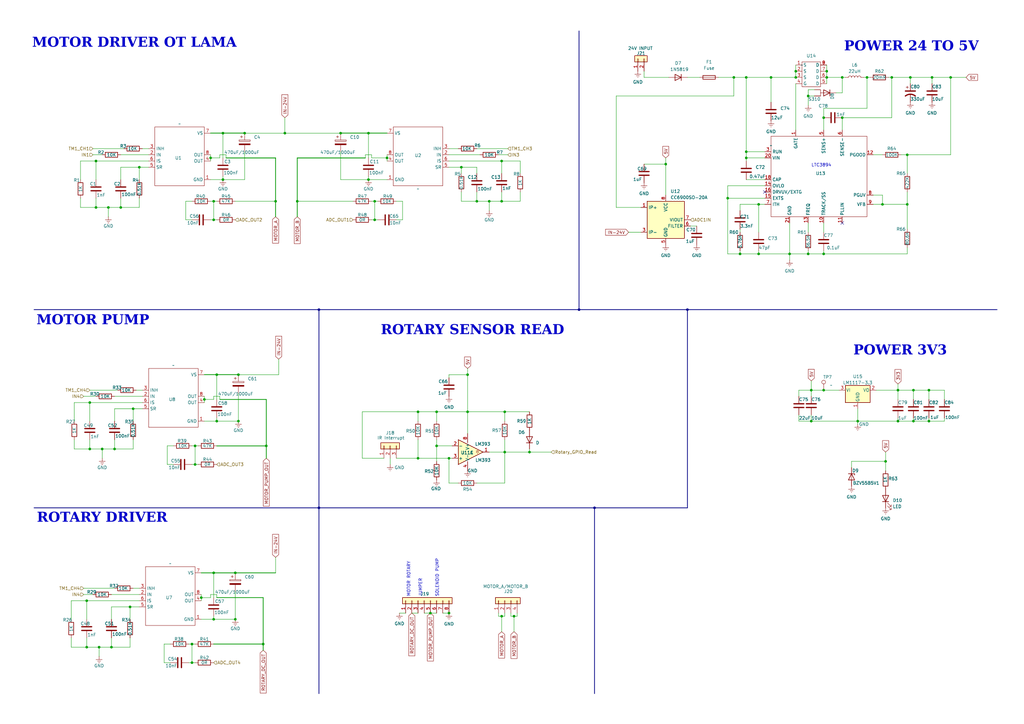
<source format=kicad_sch>
(kicad_sch (version 20231120) (generator "eeschema") (generator_version "8.0")
  (paper "A3")
  (title_block (date "2024-07-26"))
  (junction (at 83.82 163.83))
  (junction (at 381 160.02))
  (junction (at 116.84 54.61))
  (junction (at 311.15 104.14))
  (junction (at 82.55 245.11))
  (junction (at 205.74 252.73))
  (junction (at 87.63 82.55))
  (junction (at 300.99 31.75))
  (junction (at 87.63 234.95))
  (junction (at 171.45 168.91))
  (junction (at 96.52 234.95))
  (junction (at 298.45 81.28))
  (junction (at 80.01 182.88))
  (junction (at 100.33 54.61))
  (junction (at 54.61 167.64))
  (junction (at 87.63 90.17))
  (junction (at 78.74 271.78))
  (junction (at 337.82 48.26))
  (junction (at 96.52 254))
  (junction (at 365.76 31.75))
  (junction (at 323.85 104.14))
  (junction (at 368.3 172.72))
  (junction (at 316.23 31.75))
  (junction (at 153.67 90.17))
  (junction (at 88.9 153.67))
  (junction (at 281.94 127))
  (junction (at 87.63 254))
  (junction (at 36.83 165.1))
  (junction (at 35.56 246.38))
  (junction (at 179.07 182.88))
  (junction (at 86.36 64.77))
  (junction (at 332.74 160.02))
  (junction (at 41.91 184.15))
  (junction (at 184.15 187.96))
  (junction (at 179.07 168.91))
  (junction (at 205.74 66.04))
  (junction (at 35.56 265.43))
  (junction (at 191.77 153.67))
  (junction (at 351.79 172.72))
  (junction (at 372.11 63.5))
  (junction (at 189.23 68.58))
  (junction (at 97.79 172.72))
  (junction (at 113.03 82.55))
  (junction (at 372.11 83.82))
  (junction (at 311.15 83.82))
  (junction (at 374.65 160.02))
  (junction (at 78.74 264.16))
  (junction (at 339.09 29.21))
  (junction (at 217.17 185.42))
  (junction (at 109.22 182.88))
  (junction (at 273.05 67.31))
  (junction (at 373.38 31.75))
  (junction (at 331.47 39.37))
  (junction (at 237.49 127))
  (junction (at 339.09 31.75))
  (junction (at 326.39 31.75))
  (junction (at 374.65 172.72))
  (junction (at 306.07 64.77))
  (junction (at 139.7 54.61))
  (junction (at 345.44 31.75))
  (junction (at 195.58 82.55))
  (junction (at 332.74 172.72))
  (junction (at 389.89 31.75))
  (junction (at 130.81 127))
  (junction (at 53.34 248.92))
  (junction (at 121.92 82.55))
  (junction (at 207.01 185.42))
  (junction (at 171.45 187.96))
  (junction (at 337.82 160.02))
  (junction (at 39.37 85.09))
  (junction (at 107.95 264.16))
  (junction (at 44.45 85.09))
  (junction (at 210.82 252.73))
  (junction (at 46.99 184.15))
  (junction (at 345.44 48.26))
  (junction (at 57.15 68.58))
  (junction (at 158.75 64.77))
  (junction (at 326.39 29.21))
  (junction (at 151.13 54.61))
  (junction (at 91.44 73.66))
  (junction (at 331.47 104.14))
  (junction (at 153.67 82.55))
  (junction (at 363.22 189.23))
  (junction (at 382.27 31.75))
  (junction (at 381 172.72))
  (junction (at 91.44 54.61))
  (junction (at 337.82 104.14))
  (junction (at 88.9 172.72))
  (junction (at 45.72 265.43))
  (junction (at 184.15 251.46))
  (junction (at 355.6 31.75))
  (junction (at 361.95 83.82))
  (junction (at 80.01 190.5))
  (junction (at 49.53 85.09))
  (junction (at 303.53 104.14))
  (junction (at 40.64 265.43))
  (junction (at 368.3 160.02))
  (junction (at 306.07 31.75))
  (junction (at 36.83 184.15))
  (junction (at 200.66 82.55))
  (junction (at 130.81 208.28))
  (junction (at 205.74 82.55))
  (junction (at 39.37 66.04))
  (junction (at 97.79 153.67))
  (junction (at 243.84 208.28))
  (junction (at 151.13 73.66))
  (junction (at 191.77 168.91))
  (junction (at 176.53 251.46))
  (junction (at 306.07 62.23))
  (junction (at 207.01 168.91))
  (no_connect (at 345.44 91.44))
  (no_connect (at 313.69 78.74))
  (wire (pts (xy 374.65 172.72) (xy 368.3 172.72)))
  (wire (pts (xy 369.57 63.5) (xy 372.11 63.5)))
  (wire (pts (xy 107.95 264.16) (xy 107.95 266.7)) (stroke (width 0.3)))
  (wire (pts (xy 323.85 104.14) (xy 323.85 106.68)))
  (wire (pts (xy 58.42 167.64) (xy 54.61 167.64)))
  (wire (pts (xy 298.45 81.28) (xy 298.45 104.14)))
  (wire (pts (xy 207.01 252.73) (xy 207.01 251.46)))
  (wire (pts (xy 149.86 63.5) (xy 152.4 63.5)))
  (wire (pts (xy 44.45 85.09) (xy 49.53 85.09)))
  (wire (pts (xy 354.33 31.75) (xy 355.6 31.75)))
  (wire (pts (xy 96.52 254) (xy 87.63 254)))
  (wire (pts (xy 303.53 83.82) (xy 303.53 86.36)))
  (wire (pts (xy 179.07 168.91) (xy 179.07 172.72)))
  (wire (pts (xy 113.03 228.6) (xy 113.03 234.95)))
  (wire (pts (xy 337.82 44.45) (xy 337.82 48.26)))
  (wire (pts (xy 44.45 85.09) (xy 44.45 88.9)))
  (wire (pts (xy 345.44 31.75) (xy 346.71 31.75)))
  (wire (pts (xy 365.76 31.75) (xy 365.76 48.26)))
  (wire (pts (xy 374.65 171.45) (xy 374.65 172.72)))
  (wire (pts (xy 327.66 172.72) (xy 332.74 172.72)))
  (wire (pts (xy 252.73 39.37) (xy 252.73 85.09)))
  (wire (pts (xy 80.01 182.88) (xy 78.74 182.88)))
  (wire (pts (xy 363.22 189.23) (xy 363.22 193.04)))
  (wire (pts (xy 327.66 160.02) (xy 332.74 160.02)))
  (wire (pts (xy 68.58 190.5) (xy 71.12 190.5)))
  (wire (pts (xy 80.01 182.88) (xy 80.01 190.5)))
  (wire (pts (xy 91.44 72.39) (xy 91.44 73.66)))
  (wire (pts (xy 264.16 31.75) (xy 274.32 31.75)))
  (wire (pts (xy 387.35 171.45) (xy 387.35 172.72)))
  (wire (pts (xy 381 172.72) (xy 374.65 172.72)))
  (wire (pts (xy 381 171.45) (xy 381 172.72)))
  (wire (pts (xy 363.22 185.42) (xy 363.22 189.23)))
  (wire (pts (xy 87.63 254) (xy 82.55 254)))
  (wire (pts (xy 332.74 160.02) (xy 332.74 162.56)))
  (wire (pts (xy 207.01 168.91) (xy 217.17 168.91)))
  (wire (pts (xy 283.21 92.71) (xy 285.75 92.71)))
  (wire (pts (xy 204.47 252.73) (xy 205.74 252.73)))
  (wire (pts (xy 46.99 162.56) (xy 58.42 162.56)))
  (wire (pts (xy 382.27 31.75) (xy 389.89 31.75)))
  (wire (pts (xy 358.14 63.5) (xy 361.95 63.5)))
  (wire (pts (xy 205.74 252.73) (xy 207.01 252.73)))
  (wire (pts (xy 212.09 252.73) (xy 212.09 251.46)))
  (bus (pts (xy 243.84 208.28) (xy 281.94 208.28)))
  (wire (pts (xy 160.02 187.96) (xy 160.02 190.5)))
  (wire (pts (xy 54.61 180.34) (xy 54.61 184.15)))
  (wire (pts (xy 78.74 271.78) (xy 77.47 271.78)))
  (wire (pts (xy 361.95 80.01) (xy 361.95 83.82)))
  (wire (pts (xy 339.09 29.21) (xy 339.09 31.75)))
  (wire (pts (xy 306.07 64.77) (xy 306.07 66.04)))
  (wire (pts (xy 35.56 261.62) (xy 35.56 265.43)))
  (wire (pts (xy 204.47 251.46) (xy 204.47 252.73)))
  (wire (pts (xy 35.56 246.38) (xy 29.21 246.38)))
  (wire (pts (xy 162.56 187.96) (xy 171.45 187.96)))
  (wire (pts (xy 200.66 82.55) (xy 200.66 86.36)))
  (wire (pts (xy 113.03 82.55) (xy 113.03 88.9)) (stroke (width 0.3)))
  (wire (pts (xy 33.02 81.28) (xy 33.02 85.09)))
  (wire (pts (xy 179.07 182.88) (xy 179.07 189.23)))
  (wire (pts (xy 181.61 251.46) (xy 184.15 251.46)))
  (wire (pts (xy 184.15 154.94) (xy 184.15 153.67)))
  (wire (pts (xy 332.74 170.18) (xy 332.74 172.72)))
  (wire (pts (xy 80.01 264.16) (xy 78.74 264.16)))
  (wire (pts (xy 139.7 54.61) (xy 151.13 54.61)))
  (wire (pts (xy 87.63 162.56) (xy 87.63 163.83)))
  (bus (pts (xy 13.97 208.28) (xy 130.81 208.28)))
  (wire (pts (xy 205.74 252.73) (xy 205.74 259.08)))
  (wire (pts (xy 337.82 104.14) (xy 372.11 104.14)))
  (wire (pts (xy 184.15 198.12) (xy 184.15 187.96)))
  (wire (pts (xy 55.88 160.02) (xy 58.42 160.02)))
  (wire (pts (xy 96.52 234.95) (xy 113.03 234.95)) (stroke (width 0.3)))
  (wire (pts (xy 337.82 91.44) (xy 337.82 95.25)))
  (wire (pts (xy 54.61 167.64) (xy 46.99 167.64)))
  (wire (pts (xy 205.74 66.04) (xy 205.74 71.12)))
  (wire (pts (xy 86.36 63.5) (xy 86.36 64.77)))
  (wire (pts (xy 257.81 95.25) (xy 262.89 95.25)))
  (wire (pts (xy 387.35 172.72) (xy 381 172.72)))
  (wire (pts (xy 53.34 248.92) (xy 53.34 254)))
  (wire (pts (xy 184.15 187.96) (xy 185.42 187.96)))
  (wire (pts (xy 49.53 63.5) (xy 60.96 63.5)))
  (wire (pts (xy 71.12 182.88) (xy 68.58 182.88)))
  (wire (pts (xy 358.14 80.01) (xy 361.95 80.01)))
  (wire (pts (xy 332.74 160.02) (xy 337.82 160.02)))
  (wire (pts (xy 54.61 167.64) (xy 54.61 172.72)))
  (wire (pts (xy 121.92 64.77) (xy 149.86 64.77)) (stroke (width 0.3)))
  (wire (pts (xy 45.72 243.84) (xy 57.15 243.84)))
  (bus (pts (xy 130.81 127) (xy 130.81 208.28)))
  (wire (pts (xy 88.9 153.67) (xy 88.9 163.83)))
  (wire (pts (xy 189.23 82.55) (xy 195.58 82.55)))
  (wire (pts (xy 158.75 63.5) (xy 158.75 64.77)))
  (wire (pts (xy 372.11 83.82) (xy 372.11 93.98)))
  (wire (pts (xy 46.99 184.15) (xy 46.99 180.34)))
  (wire (pts (xy 87.63 234.95) (xy 87.63 245.11)))
  (wire (pts (xy 91.44 73.66) (xy 100.33 73.66)))
  (wire (pts (xy 200.66 82.55) (xy 205.74 82.55)))
  (wire (pts (xy 204.47 63.5) (xy 208.28 63.5)))
  (wire (pts (xy 298.45 76.2) (xy 298.45 81.28)))
  (wire (pts (xy 91.44 54.61) (xy 100.33 54.61)))
  (wire (pts (xy 36.83 165.1) (xy 30.48 165.1)))
  (wire (pts (xy 97.79 161.29) (xy 97.79 172.72)))
  (wire (pts (xy 34.29 243.84) (xy 38.1 243.84)))
  (wire (pts (xy 57.15 81.28) (xy 57.15 85.09)))
  (wire (pts (xy 92.71 63.5) (xy 90.17 63.5)))
  (wire (pts (xy 78.74 264.16) (xy 78.74 271.78)))
  (wire (pts (xy 69.85 264.16) (xy 67.31 264.16)))
  (wire (pts (xy 121.92 64.77) (xy 121.92 82.55)) (stroke (width 0.3)))
  (wire (pts (xy 331.47 39.37) (xy 331.47 43.18)))
  (bus (pts (xy 281.94 127) (xy 408.94 127)))
  (wire (pts (xy 189.23 68.58) (xy 189.23 71.12)))
  (wire (pts (xy 82.55 245.11) (xy 82.55 246.38)))
  (wire (pts (xy 113.03 64.77) (xy 113.03 82.55)) (stroke (width 0.3)))
  (wire (pts (xy 207.01 168.91) (xy 207.01 172.72)))
  (wire (pts (xy 87.63 252.73) (xy 87.63 254)))
  (wire (pts (xy 90.17 162.56) (xy 87.63 162.56)))
  (wire (pts (xy 176.53 251.46) (xy 179.07 251.46)))
  (wire (pts (xy 58.42 60.96) (xy 60.96 60.96)))
  (wire (pts (xy 205.74 66.04) (xy 213.36 66.04)))
  (wire (pts (xy 179.07 182.88) (xy 179.07 180.34)))
  (wire (pts (xy 53.34 265.43) (xy 45.72 265.43)))
  (wire (pts (xy 92.71 64.77) (xy 92.71 63.5)))
  (wire (pts (xy 300.99 39.37) (xy 300.99 31.75)))
  (bus (pts (xy 243.84 208.28) (xy 243.84 284.48)))
  (wire (pts (xy 57.15 68.58) (xy 57.15 73.66)))
  (wire (pts (xy 45.72 248.92) (xy 45.72 254)))
  (wire (pts (xy 334.01 36.83) (xy 331.47 36.83)))
  (wire (pts (xy 116.84 54.61) (xy 139.7 54.61)))
  (wire (pts (xy 158.75 64.77) (xy 158.75 66.04)))
  (wire (pts (xy 298.45 104.14) (xy 303.53 104.14)))
  (wire (pts (xy 381 160.02) (xy 381 163.83)))
  (wire (pts (xy 96.52 82.55) (xy 113.03 82.55)))
  (wire (pts (xy 171.45 187.96) (xy 184.15 187.96)))
  (wire (pts (xy 68.58 182.88) (xy 68.58 190.5)))
  (wire (pts (xy 86.36 54.61) (xy 91.44 54.61)) (stroke (width 0.3)))
  (wire (pts (xy 337.82 102.87) (xy 337.82 104.14)))
  (wire (pts (xy 195.58 60.96) (xy 208.28 60.96)))
  (wire (pts (xy 38.1 63.5) (xy 41.91 63.5)))
  (wire (pts (xy 207.01 185.42) (xy 207.01 198.12)))
  (wire (pts (xy 306.07 73.66) (xy 313.69 73.66)))
  (wire (pts (xy 41.91 184.15) (xy 46.99 184.15)))
  (wire (pts (xy 326.39 34.29) (xy 326.39 53.34)))
  (wire (pts (xy 387.35 160.02) (xy 381 160.02)))
  (wire (pts (xy 281.94 31.75) (xy 287.02 31.75)))
  (wire (pts (xy 252.73 39.37) (xy 300.99 39.37)))
  (wire (pts (xy 139.7 54.61) (xy 151.13 54.61)) (stroke (width 0.3)))
  (wire (pts (xy 195.58 68.58) (xy 195.58 71.12)))
  (wire (pts (xy 264.16 67.31) (xy 273.05 67.31)))
  (wire (pts (xy 80.01 190.5) (xy 78.74 190.5)))
  (wire (pts (xy 121.92 64.77) (xy 149.86 64.77)))
  (wire (pts (xy 49.53 68.58) (xy 49.53 73.66)))
  (wire (pts (xy 326.39 26.67) (xy 326.39 29.21)))
  (wire (pts (xy 185.42 182.88) (xy 179.07 182.88)))
  (wire (pts (xy 311.15 83.82) (xy 303.53 83.82)))
  (wire (pts (xy 151.13 73.66) (xy 158.75 73.66)))
  (wire (pts (xy 331.47 104.14) (xy 337.82 104.14)))
  (wire (pts (xy 323.85 91.44) (xy 323.85 104.14)))
  (wire (pts (xy 40.64 265.43) (xy 45.72 265.43)))
  (wire (pts (xy 264.16 29.21) (xy 264.16 31.75)))
  (wire (pts (xy 82.55 234.95) (xy 87.63 234.95)) (stroke (width 0.3)))
  (wire (pts (xy 311.15 102.87) (xy 311.15 104.14)))
  (wire (pts (xy 351.79 172.72) (xy 368.3 172.72)))
  (wire (pts (xy 80.01 271.78) (xy 78.74 271.78)))
  (wire (pts (xy 153.67 82.55) (xy 154.94 82.55)))
  (wire (pts (xy 96.52 242.57) (xy 96.52 254)))
  (wire (pts (xy 152.4 90.17) (xy 153.67 90.17)))
  (wire (pts (xy 121.92 82.55) (xy 121.92 88.9)) (stroke (width 0.3)))
  (wire (pts (xy 107.95 245.11) (xy 107.95 264.16)) (stroke (width 0.3)))
  (wire (pts (xy 349.25 189.23) (xy 349.25 191.77)))
  (wire (pts (xy 92.71 64.77) (xy 113.03 64.77)) (stroke (width 0.3)))
  (wire (pts (xy 34.29 162.56) (xy 39.37 162.56)))
  (wire (pts (xy 88.9 245.11) (xy 88.9 243.84)))
  (wire (pts (xy 109.22 182.88) (xy 109.22 187.96)) (stroke (width 0.3)))
  (wire (pts (xy 36.83 165.1) (xy 58.42 165.1)))
  (wire (pts (xy 331.47 36.83) (xy 331.47 39.37)))
  (wire (pts (xy 97.79 153.67) (xy 114.3 153.67)))
  (wire (pts (xy 33.02 66.04) (xy 33.02 73.66)))
  (wire (pts (xy 39.37 66.04) (xy 60.96 66.04)))
  (wire (pts (xy 92.71 64.77) (xy 113.03 64.77)))
  (wire (pts (xy 210.82 252.73) (xy 212.09 252.73)))
  (wire (pts (xy 205.74 82.55) (xy 205.74 78.74)))
  (bus (pts (xy 13.97 127) (xy 130.81 127)))
  (wire (pts (xy 374.65 160.02) (xy 368.3 160.02)))
  (wire (pts (xy 151.13 54.61) (xy 158.75 54.61)) (stroke (width 0.3)))
  (wire (pts (xy 40.64 265.43) (xy 40.64 269.24)))
  (wire (pts (xy 53.34 261.62) (xy 53.34 265.43)))
  (wire (pts (xy 168.91 251.46) (xy 171.45 251.46)))
  (bus (pts (xy 130.81 208.28) (xy 243.84 208.28)))
  (wire (pts (xy 313.69 62.23) (xy 306.07 62.23)))
  (wire (pts (xy 29.21 246.38) (xy 29.21 254)))
  (wire (pts (xy 361.95 83.82) (xy 372.11 83.82)))
  (wire (pts (xy 355.6 31.75) (xy 355.6 44.45)))
  (wire (pts (xy 339.09 31.75) (xy 339.09 34.29)))
  (bus (pts (xy 130.81 208.28) (xy 130.81 284.48)))
  (wire (pts (xy 294.64 31.75) (xy 300.99 31.75)))
  (wire (pts (xy 184.15 66.04) (xy 205.74 66.04)))
  (wire (pts (xy 78.74 82.55) (xy 76.2 82.55)))
  (wire (pts (xy 316.23 41.91) (xy 316.23 31.75)))
  (wire (pts (xy 91.44 54.61) (xy 91.44 64.77)))
  (wire (pts (xy 345.44 48.26) (xy 365.76 48.26)))
  (wire (pts (xy 303.53 102.87) (xy 303.53 104.14)))
  (wire (pts (xy 39.37 81.28) (xy 39.37 85.09)))
  (wire (pts (xy 316.23 31.75) (xy 306.07 31.75)))
  (wire (pts (xy 355.6 44.45) (xy 337.82 44.45)))
  (wire (pts (xy 191.77 153.67) (xy 191.77 168.91)))
  (wire (pts (xy 351.79 172.72) (xy 351.79 173.99)))
  (wire (pts (xy 36.83 160.02) (xy 48.26 160.02)))
  (wire (pts (xy 157.48 187.96) (xy 148.59 187.96)))
  (wire (pts (xy 87.63 234.95) (xy 96.52 234.95)))
  (wire (pts (xy 207.01 180.34) (xy 207.01 185.42)))
  (wire (pts (xy 152.4 63.5) (xy 152.4 64.77)))
  (wire (pts (xy 298.45 76.2) (xy 313.69 76.2)))
  (wire (pts (xy 389.89 31.75) (xy 396.24 31.75)))
  (wire (pts (xy 88.9 171.45) (xy 88.9 172.72)))
  (wire (pts (xy 91.44 73.66) (xy 86.36 73.66)))
  (wire (pts (xy 303.53 104.14) (xy 311.15 104.14)))
  (wire (pts (xy 306.07 31.75) (xy 306.07 62.23)))
  (wire (pts (xy 191.77 168.91) (xy 179.07 168.91)))
  (wire (pts (xy 88.9 182.88) (xy 109.22 182.88)) (stroke (width 0.3)))
  (wire (pts (xy 191.77 168.91) (xy 191.77 177.8)))
  (wire (pts (xy 81.28 182.88) (xy 80.01 182.88)))
  (wire (pts (xy 213.36 82.55) (xy 205.74 82.55)))
  (wire (pts (xy 88.9 153.67) (xy 97.79 153.67)))
  (wire (pts (xy 88.9 243.84) (xy 86.36 243.84)))
  (wire (pts (xy 207.01 185.42) (xy 217.17 185.42)))
  (wire (pts (xy 345.44 31.75) (xy 345.44 38.1)))
  (wire (pts (xy 67.31 271.78) (xy 69.85 271.78)))
  (wire (pts (xy 368.3 157.48) (xy 368.3 160.02)))
  (wire (pts (xy 389.89 63.5) (xy 389.89 31.75)))
  (wire (pts (xy 191.77 168.91) (xy 207.01 168.91)))
  (wire (pts (xy 373.38 31.75) (xy 365.76 31.75)))
  (wire (pts (xy 82.55 243.84) (xy 82.55 245.11)))
  (wire (pts (xy 171.45 168.91) (xy 148.59 168.91)))
  (wire (pts (xy 54.61 241.3) (xy 57.15 241.3)))
  (wire (pts (xy 306.07 62.23) (xy 306.07 64.77)))
  (wire (pts (xy 337.82 160.02) (xy 344.17 160.02)))
  (wire (pts (xy 29.21 261.62) (xy 29.21 265.43)))
  (bus (pts (xy 281.94 208.28) (xy 281.94 127)))
  (wire (pts (xy 35.56 265.43) (xy 40.64 265.43)))
  (wire (pts (xy 364.49 31.75) (xy 365.76 31.75)))
  (wire (pts (xy 49.53 85.09) (xy 49.53 81.28)))
  (wire (pts (xy 351.79 167.64) (xy 351.79 172.72)))
  (wire (pts (xy 30.48 184.15) (xy 36.83 184.15)))
  (wire (pts (xy 116.84 48.26) (xy 116.84 54.61)))
  (wire (pts (xy 189.23 78.74) (xy 189.23 82.55)))
  (wire (pts (xy 165.1 82.55) (xy 165.1 90.17)))
  (wire (pts (xy 163.83 251.46) (xy 166.37 251.46)))
  (wire (pts (xy 36.83 184.15) (xy 41.91 184.15)))
  (wire (pts (xy 35.56 246.38) (xy 35.56 254)))
  (wire (pts (xy 33.02 85.09) (xy 39.37 85.09)))
  (wire (pts (xy 331.47 91.44) (xy 331.47 95.25)))
  (wire (pts (xy 372.11 104.14) (xy 372.11 101.6)))
  (wire (pts (xy 217.17 185.42) (xy 217.17 184.15)))
  (wire (pts (xy 57.15 248.92) (xy 53.34 248.92)))
  (wire (pts (xy 83.82 162.56) (xy 83.82 163.83)))
  (wire (pts (xy 153.67 82.55) (xy 153.67 90.17)))
  (wire (pts (xy 76.2 82.55) (xy 76.2 90.17)))
  (wire (pts (xy 213.36 78.74) (xy 213.36 82.55)))
  (wire (pts (xy 86.36 64.77) (xy 90.17 64.77)))
  (wire (pts (xy 311.15 104.14) (xy 323.85 104.14)))
  (wire (pts (xy 339.09 31.75) (xy 345.44 31.75)))
  (wire (pts (xy 345.44 48.26) (xy 345.44 53.34)))
  (wire (pts (xy 76.2 90.17) (xy 78.74 90.17)))
  (wire (pts (xy 191.77 153.67) (xy 191.77 151.13)))
  (wire (pts (xy 210.82 252.73) (xy 210.82 259.08)))
  (bus (pts (xy 130.81 127) (xy 237.49 127)))
  (wire (pts (xy 88.9 172.72) (xy 83.82 172.72)))
  (wire (pts (xy 83.82 163.83) (xy 83.82 165.1)))
  (wire (pts (xy 152.4 82.55) (xy 153.67 82.55)))
  (wire (pts (xy 334.01 39.37) (xy 331.47 39.37)))
  (wire (pts (xy 332.74 172.72) (xy 351.79 172.72)))
  (wire (pts (xy 184.15 63.5) (xy 196.85 63.5)))
  (wire (pts (xy 326.39 29.21) (xy 326.39 31.75)))
  (wire (pts (xy 34.29 241.3) (xy 46.99 241.3)))
  (wire (pts (xy 358.14 83.82) (xy 361.95 83.82)))
  (wire (pts (xy 36.83 180.34) (xy 36.83 184.15)))
  (wire (pts (xy 209.55 251.46) (xy 209.55 252.73)))
  (wire (pts (xy 184.15 153.67) (xy 191.77 153.67)))
  (wire (pts (xy 184.15 60.96) (xy 187.96 60.96)))
  (wire (pts (xy 359.41 160.02) (xy 368.3 160.02)))
  (wire (pts (xy 372.11 83.82) (xy 372.11 78.74)))
  (wire (pts (xy 184.15 68.58) (xy 189.23 68.58)))
  (bus (pts (xy 237.49 12.7) (xy 237.49 127)))
  (wire (pts (xy 313.69 64.77) (xy 306.07 64.77)))
  (wire (pts (xy 195.58 82.55) (xy 200.66 82.55)))
  (wire (pts (xy 316.23 31.75) (xy 326.39 31.75)))
  (wire (pts (xy 273.05 67.31) (xy 273.05 80.01)))
  (wire (pts (xy 91.44 54.61) (xy 100.33 54.61)) (stroke (width 0.3)))
  (wire (pts (xy 200.66 185.42) (xy 207.01 185.42)))
  (wire (pts (xy 39.37 85.09) (xy 44.45 85.09)))
  (wire (pts (xy 195.58 78.74) (xy 195.58 82.55)))
  (wire (pts (xy 189.23 68.58) (xy 195.58 68.58)))
  (wire (pts (xy 382.27 31.75) (xy 382.27 34.29)))
  (wire (pts (xy 179.07 168.91) (xy 171.45 168.91)))
  (wire (pts (xy 45.72 265.43) (xy 45.72 261.62)))
  (wire (pts (xy 57.15 68.58) (xy 49.53 68.58)))
  (wire (pts (xy 173.99 251.46) (xy 176.53 251.46)))
  (wire (pts (xy 87.63 90.17) (xy 86.36 90.17)))
  (wire (pts (xy 100.33 54.61) (xy 116.84 54.61)))
  (wire (pts (xy 83.82 153.67) (xy 88.9 153.67)) (stroke (width 0.3)))
  (wire (pts (xy 300.99 31.75) (xy 306.07 31.75)))
  (bus (pts (xy 237.49 127) (xy 281.94 127)))
  (wire (pts (xy 313.69 83.82) (xy 311.15 83.82)))
  (wire (pts (xy 337.82 48.26) (xy 337.82 53.34)))
  (wire (pts (xy 209.55 252.73) (xy 210.82 252.73)))
  (wire (pts (xy 87.63 234.95) (xy 96.52 234.95)) (stroke (width 0.3)))
  (wire (pts (xy 83.82 163.83) (xy 87.63 163.83)))
  (wire (pts (xy 35.56 246.38) (xy 57.15 246.38)))
  (wire (pts (xy 88.9 82.55) (xy 87.63 82.55)))
  (wire (pts (xy 165.1 90.17) (xy 162.56 90.17)))
  (wire (pts (xy 36.83 165.1) (xy 36.83 172.72)))
  (wire (pts (xy 372.11 63.5) (xy 372.11 71.12)))
  (wire (pts (xy 349.25 189.23) (xy 363.22 189.23)))
  (wire (pts (xy 67.31 264.16) (xy 67.31 271.78)))
  (wire (pts (xy 311.15 83.82) (xy 311.15 95.25)))
  (wire (pts (xy 381 160.02) (xy 374.65 160.02)))
  (wire (pts (xy 213.36 66.04) (xy 213.36 71.12)))
  (wire (pts (xy 323.85 104.14) (xy 331.47 104.14)))
  (wire (pts (xy 327.66 162.56) (xy 327.66 160.02)))
  (wire (pts (xy 355.6 31.75) (xy 356.87 31.75)))
  (wire (pts (xy 60.96 68.58) (xy 57.15 68.58)))
  (wire (pts (xy 57.15 85.09) (xy 49.53 85.09)))
  (wire (pts (xy 100.33 62.23) (xy 100.33 73.66)))
  (wire (pts (xy 82.55 245.11) (xy 86.36 245.11)))
  (wire (pts (xy 78.74 264.16) (xy 77.47 264.16)))
  (wire (pts (xy 109.22 163.83) (xy 109.22 182.88)) (stroke (width 0.3)))
  (wire (pts (xy 217.17 185.42) (xy 226.06 185.42)))
  (wire (pts (xy 30.48 180.34) (xy 30.48 184.15)))
  (wire (pts (xy 54.61 184.15) (xy 46.99 184.15)))
  (wire (pts (xy 30.48 165.1) (xy 30.48 172.72)))
  (wire (pts (xy 88.9 245.11) (xy 107.95 245.11)) (stroke (width 0.3)))
  (wire (pts (xy 162.56 82.55) (xy 165.1 82.55)))
  (wire (pts (xy 252.73 85.09) (xy 262.89 85.09)))
  (wire (pts (xy 81.28 190.5) (xy 80.01 190.5)))
  (wire (pts (xy 88.9 153.67) (xy 97.79 153.67)) (stroke (width 0.3)))
  (wire (pts (xy 38.1 60.96) (xy 50.8 60.96)))
  (wire (pts (xy 86.36 64.77) (xy 86.36 66.04)))
  (wire (pts (xy 41.91 184.15) (xy 41.91 187.96)))
  (wire (pts (xy 368.3 172.72) (xy 368.3 171.45)))
  (wire (pts (xy 139.7 62.23) (xy 139.7 73.66)))
  (wire (pts (xy 332.74 156.21) (xy 332.74 160.02)))
  (wire (pts (xy 153.67 90.17) (xy 154.94 90.17)))
  (wire (pts (xy 187.96 198.12) (xy 184.15 198.12)))
  (wire (pts (xy 87.63 82.55) (xy 87.63 90.17)))
  (wire (pts (xy 39.37 66.04) (xy 33.02 66.04)))
  (wire (pts (xy 90.17 163.83) (xy 109.22 163.83)) (stroke (width 0.3)))
  (wire (pts (xy 374.65 163.83) (xy 374.65 160.02)))
  (wire (pts (xy 39.37 66.04) (xy 39.37 73.66)))
  (wire (pts (xy 90.17 63.5) (xy 90.17 64.77)))
  (wire (pts (xy 88.9 90.17) (xy 87.63 90.17)))
  (wire (pts (xy 148.59 168.91) (xy 148.59 187.96)))
  (wire (pts (xy 331.47 102.87) (xy 331.47 104.14)))
  (wire (pts (xy 373.38 31.75) (xy 382.27 31.75)))
  (wire (pts (xy 372.11 63.5) (xy 389.89 63.5)))
  (wire (pts (xy 90.17 163.83) (xy 90.17 162.56)))
  (wire (pts (xy 149.86 64.77) (xy 149.86 63.5)))
  (wire (pts (xy 86.36 243.84) (xy 86.36 245.11)))
  (wire (pts (xy 151.13 54.61) (xy 151.13 64.77)))
  (wire (pts (xy 171.45 168.91) (xy 171.45 172.72)))
  (wire (pts (xy 53.34 248.92) (xy 45.72 248.92)))
  (wire (pts (xy 339.09 26.67) (xy 339.09 29.21)))
  (wire (pts (xy 152.4 64.77) (xy 158.75 64.77)))
  (wire (pts (xy 171.45 180.34) (xy 171.45 187.96)))
  (wire (pts (xy 121.92 82.55) (xy 144.78 82.55)))
  (wire (pts (xy 273.05 64.77) (xy 273.05 67.31)))
  (wire (pts (xy 303.53 93.98) (xy 303.53 95.25)))
  (wire (pts (xy 87.63 82.55) (xy 86.36 82.55)))
  (wire (pts (xy 387.35 163.83) (xy 387.35 160.02)))
  (wire (pts (xy 46.99 167.64) (xy 46.99 172.72)))
  (wire (pts (xy 29.21 265.43) (xy 35.56 265.43)))
  (wire (pts (xy 373.38 34.29) (xy 373.38 31.75)))
  (wire (pts (xy 139.7 73.66) (xy 151.13 73.66)))
  (wire (pts (xy 195.58 198.12) (xy 207.01 198.12)))
  (wire (pts (xy 151.13 72.39) (xy 151.13 73.66)))
  (wire (pts (xy 327.66 170.18) (xy 327.66 172.72)))
  (wire (pts (xy 97.79 172.72) (xy 88.9 172.72)))
  (wire (pts (xy 345.44 38.1) (xy 342.9 38.1)))
  (wire (pts (xy 87.63 264.16) (xy 107.95 264.16)) (stroke (width 0.3)))
  (wire (pts (xy 114.3 147.32) (xy 114.3 153.67)))
  (wire (pts (xy 368.3 160.02) (xy 368.3 163.83)))
  (wire (pts (xy 298.45 81.28) (xy 313.69 81.28)))
  (text "MOTOR DRIVER OT LAMA" (at 55.118 18.796 0) (effects (font (size 4 4) (bold yes))))
  (text "LTC3894 " (at 332.74 68.58 0) (effects (font (size 1.27 1.27)) (justify left bottom)))
  (text "MOTOR PUMP" (at 38.1 132.588 0) (effects (font (size 4 4) (bold yes))))
  (text "POWER 3V3\n" (at 350.012 147.32 0) (effects (font (size 4 4) (thickness 1) (bold yes)) (justify left bottom)))
  (text "SOLENOID PUMP" (at 179.324 236.982 90) (effects (font (size 1.27 1.27))))
  (text "ROTARY SENSOR READ" (at 193.802 136.652 0) (effects (font (size 4 4) (bold yes))))
  (text "MOTOR ROTARY" (at 167.64 237.49 90) (effects (font (size 1.27 1.27))))
  (text "JUMPER" (at 172.466 241.046 90) (effects (font (size 1.27 1.27))))
  (text "ROTARY DRIVER\n" (at 41.91 213.614 0) (effects (font (size 4 4) (thickness 0.254) (bold yes))))
  (text "POWER 24 TO 5V\n" (at 346.202 22.606 0) (effects (font (size 4 4) (thickness 1) (bold yes)) (justify left bottom)))
  (global_label "MOTOR_B" (shape input) (at 121.92 88.9 270) (property "Intersheetrefs" "${INTERSHEET_REFS}" (effects (hide yes))))
  (global_label "IN-24V" (shape input) (at 116.84 48.26 90) (property "Intersheetrefs" "${INTERSHEET_REFS}" (effects (hide yes))))
  (global_label "3V3" (shape input) (at 368.3 157.48 90) (property "Intersheetrefs" "${INTERSHEET_REFS}" (effects (hide yes))))
  (global_label "MOTOR_B" (shape input) (at 210.82 259.08 270) (property "Intersheetrefs" "${INTERSHEET_REFS}" (effects (hide yes))))
  (global_label "MOTOR_PUMP_OUT" (shape input) (at 109.22 187.96 270) (property "Intersheetrefs" "${INTERSHEET_REFS}" (effects (hide yes))))
  (global_label "MOTOR_A" (shape input) (at 205.74 259.08 270) (property "Intersheetrefs" "${INTERSHEET_REFS}" (effects (hide yes))))
  (global_label "5V" (shape input) (at 363.22 185.42 90) (property "Intersheetrefs" "${INTERSHEET_REFS}" (effects (hide yes))))
  (global_label "5V" (shape input) (at 332.74 156.21 90) (property "Intersheetrefs" "${INTERSHEET_REFS}" (effects (hide yes))))
  (global_label "IN-24V" (shape input) (at 257.81 95.25 180) (property "Intersheetrefs" "${INTERSHEET_REFS}" (effects (hide yes))))
  (global_label "MOTOR_A" (shape input) (at 113.03 88.9 270) (property "Intersheetrefs" "${INTERSHEET_REFS}" (effects (hide yes))))
  (global_label "5V" (shape input) (at 396.24 31.75 0) (property "Intersheetrefs" "${INTERSHEET_REFS}" (effects (hide yes))))
  (global_label "MOTOR_PUMP_OUT" (shape input) (at 176.53 251.46 270) (property "Intersheetrefs" "${INTERSHEET_REFS}" (effects (hide yes))))
  (global_label "IN-24V" (shape input) (at 114.3 147.32 90) (property "Intersheetrefs" "${INTERSHEET_REFS}" (effects (hide yes))))
  (global_label "ROTARY_DC_OUT" (shape input) (at 107.95 266.7 270) (property "Intersheetrefs" "${INTERSHEET_REFS}" (effects (hide yes))))
  (global_label "5V" (shape input) (at 273.05 64.77 90) (property "Intersheetrefs" "${INTERSHEET_REFS}" (effects (hide yes))))
  (global_label "ROTARY_DC_OUT" (shape input) (at 168.91 251.46 270) (property "Intersheetrefs" "${INTERSHEET_REFS}" (effects (hide yes))))
  (global_label "IN-24V" (shape input) (at 113.03 228.6 90) (property "Intersheetrefs" "${INTERSHEET_REFS}" (effects (hide yes))))
  (global_label "5V" (shape input) (at 191.77 151.13 90) (property "Intersheetrefs" "${INTERSHEET_REFS}" (effects (hide yes))))
  (hierarchical_label "Rotary_GPIO_Read" (shape input) (at 226.06 185.42 0))
  (hierarchical_label "TM1_CH3" (shape input) (at 208.28 60.96 0))
  (hierarchical_label "TM1_CH4" (shape input) (at 34.29 241.3 180))
  (hierarchical_label "TM1_CH1" (shape input) (at 38.1 60.96 180))
  (hierarchical_label "ADC_OUT1" (shape input) (at 144.78 90.17 180))
  (hierarchical_label "ADC_OUT3" (shape input) (at 88.9 190.5 0))
  (hierarchical_label "TM1_CH4" (shape input) (at 36.83 160.02 180))
  (hierarchical_label "ADC_OUT2" (shape input) (at 96.52 90.17 0))
  (hierarchical_label "IN4" (shape input) (at 34.29 162.56 180))
  (hierarchical_label "IN3" (shape input) (at 208.28 63.5 0))
  (hierarchical_label "ADC1IN" (shape input) (at 283.21 90.17 0))
  (hierarchical_label "IN1" (shape input) (at 38.1 63.5 180))
  (hierarchical_label "ADC_OUT4" (shape input) (at 87.63 271.78 0))
  (hierarchical_label "IN4" (shape input) (at 34.29 243.84 180))
  (symbol (lib_id "Device:C") (at 327.66 166.37 0) (unit 1)
    (property "Reference" "C75" (at 327.66 163.83 0) (effects (justify left)))
    (property "Value" "22uF" (at 327.66 171.45 0) (effects (justify left)))
    (property "Footprint" "Capacitor_SMD:C_0805_2012Metric" (effects (hide yes)))
  )
  (symbol (lib_id "Device:C") (at 39.37 77.47 0) (unit 1)
    (property "Reference" "C1" (at 36.83 75.438 0) (effects (justify left)))
    (property "Value" "1nF" (at 39.624 80.01 0) (effects (justify left)))
    (property "Footprint" "Capacitor_SMD:C_0603_1608Metric" (effects (hide yes)))
    (property "Description" "Unpolarized capacitor" (effects (hide yes)))
    (instances (project "Motordriver" (path "" (reference "C1") (unit 1))) (project "OTMAK" (path "" (reference "C50") (unit 1))))
  )
  (symbol (lib_id "Device:R") (at 372.11 97.79 180) (unit 1)
    (property "Reference" "R66" (at 369.57 93.98 0))
    (property "Value" "80.6K" (at 372.11 97.79 90))
    (property "Footprint" "Resistor_SMD:R_0402_1005Metric" (effects (hide yes)))
    (property "JLCPCB Part" "C25921" (effects (hide yes)))
    (property "MFR.Part" "0402WGF8062TCE" (effects (hide yes)))
  )
  (symbol (lib_id "Comparator:LM393") (at 194.31 185.42 0) (unit 3)
    (property "Reference" "U11" (at 188.976 185.674 0) (effects (justify left)))
    (property "Value" "LM393" (at 194.818 182.118 0) (effects (justify left)))
    (property "Footprint" "Package_SO:SOIC-8_3.9x4.9mm_P1.27mm" (effects (hide yes)))
    (property "Datasheet" "http://www.ti.com/lit/ds/symlink/lm393.pdf" (effects (hide yes)))
    (property "Description" "Low-Power, Low-Offset Voltage, Dual Comparators, DIP-8/SOIC-8/TO-99-8" (effects (hide yes)))
    (property "Ref" "https://protosupplies.com/product/hc-020k-motor-speed-sensor-module-2-pack/" (effects (hide yes)))
  )
  (symbol (lib_id "Device:R") (at 54.61 60.96 90) (unit 1)
    (property "Reference" "R3" (at 50.546 59.944 90))
    (property "Value" "10K" (at 54.356 60.96 90))
    (property "Footprint" "Resistor_SMD:R_0603_1608Metric" (effects (hide yes)))
    (property "Description" "Resistor" (effects (hide yes)))
    (instances (project "Motordriver" (path "" (reference "R3") (unit 1))) (project "OTMAK" (path "" (reference "R36") (unit 1))))
  )
  (symbol (lib_id "Device:C") (at 337.82 99.06 0) (unit 1)
    (property "Reference" "C77" (at 337.82 96.52 0) (effects (justify left)))
    (property "Value" "0.1uF" (at 339.09 101.6 0) (effects (justify left)))
    (property "Footprint" "Capacitor_SMD:C_0402_1005Metric" (effects (hide yes)))
    (property "JLCPCB Part" "C307331" (effects (hide yes)))
    (property "MFR.Part" "CL05B104KB54PNC" (effects (hide yes)))
  )
  (symbol (lib_id "Device:R") (at 57.15 77.47 180) (unit 1)
    (property "Reference" "R4" (at 55.626 73.914 0))
    (property "Value" "0.51K" (at 57.15 77.47 90))
    (property "Footprint" "Resistor_SMD:R_0603_1608Metric" (effects (hide yes)))
    (property "Description" "Resistor" (effects (hide yes)))
    (instances (project "Motordriver" (path "" (reference "R4") (unit 1))) (project "OTMAK" (path "" (reference "R37") (unit 1))))
  )
  (symbol (lib_id "IFX007T:IFX007T") (at 73.66 63.5 0) (unit 1)
    (property "Reference" "U1" (at 73.152 64.77 0))
    (property "Value" "~" (at 73.66 50.8 0))
    (property "Footprint" "Package_TO_SOT_SMD:TO-263-7_TabPin8" (effects (hide yes)))
    (instances (project "Motordriver" (path "" (reference "U1") (unit 1))) (project "OTMAK" (path "" (reference "U9") (unit 1))))
  )
  (symbol (lib_name "GNDREF_1") (lib_id "power:GNDREF") (at 349.25 199.39 0) (mirror y) (unit 1)
    (property "Reference" "#PWR093" (effects (hide yes)))
    (property "Value" "GND" (at 349.25 203.835 0))
  )
  (symbol (lib_name "GNDREF_1") (lib_id "power:GNDREF") (at 316.23 49.53 0) (mirror y) (unit 1)
    (property "Reference" "#PWR090" (effects (hide yes)))
    (property "Value" "GND" (at 316.23 53.975 0))
  )
  (symbol (lib_id "Device:C") (at 88.9 167.64 0) (unit 1)
    (property "Reference" "C58" (at 89.408 165.354 0) (effects (justify left)))
    (property "Value" "100nF" (at 89.154 169.926 0) (effects (justify left)))
    (property "Footprint" "Capacitor_SMD:C_1206_3216Metric" (effects (hide yes)))
    (property "Description" "Unpolarized capacitor" (effects (hide yes)))
  )
  (symbol (lib_id "Device:C") (at 35.56 257.81 0) (unit 1)
    (property "Reference" "C48" (at 33.02 255.778 0) (effects (justify left)))
    (property "Value" "1nF" (at 35.814 260.35 0) (effects (justify left)))
    (property "Footprint" "Capacitor_SMD:C_0603_1608Metric" (effects (hide yes)))
    (property "Description" "Unpolarized capacitor" (effects (hide yes)))
  )
  (symbol (lib_id "Device:R") (at 29.21 257.81 180) (unit 1)
    (property "Reference" "R26" (at 27.686 254.254 0))
    (property "Value" "1K" (at 29.21 257.81 90))
    (property "Footprint" "Resistor_SMD:R_0603_1608Metric" (effects (hide yes)))
    (property "Description" "Resistor" (effects (hide yes)))
  )
  (symbol (lib_id "Device:C") (at 332.74 166.37 0) (unit 1)
    (property "Reference" "C76" (at 332.74 163.83 0) (effects (justify left)))
    (property "Value" "10uF" (at 332.74 171.45 0) (effects (justify left)))
    (property "Footprint" "Capacitor_SMD:C_0805_2012Metric" (effects (hide yes)))
  )
  (symbol (lib_id "Device:R") (at 213.36 74.93 180) (unit 1)
    (property "Reference" "R8" (at 211.836 71.374 0))
    (property "Value" "1K" (at 213.36 74.93 90))
    (property "Footprint" "Resistor_SMD:R_0805_2012Metric" (effects (hide yes)))
    (property "Description" "Resistor" (effects (hide yes)))
    (instances (project "Motordriver" (path "" (reference "R8") (unit 1))) (project "OTMAK" (path "" (reference "R58") (unit 1))))
  )
  (symbol (lib_id "Device:C") (at 46.99 176.53 0) (unit 1)
    (property "Reference" "C52" (at 44.196 174.498 0) (effects (justify left)))
    (property "Value" "100nF" (at 47.244 178.816 0) (effects (justify left)))
    (property "Footprint" "Capacitor_SMD:C_0805_2012Metric" (effects (hide yes)))
    (property "Description" "Unpolarized capacitor" (effects (hide yes)))
  )
  (symbol (lib_id "Device:C") (at 374.65 167.64 0) (unit 1)
    (property "Reference" "C81" (at 374.65 165.1 0) (effects (justify left)))
    (property "Value" "100nF" (at 374.65 171.45 0) (effects (justify left)))
    (property "Footprint" "Capacitor_SMD:C_0805_2012Metric" (effects (hide yes)))
  )
  (symbol (lib_id "Device:C") (at 341.63 48.26 90) (unit 1)
    (property "Reference" "C78" (at 339.598 43.434 90) (effects (justify left)))
    (property "Value" "1nF" (at 346.71 46.99 90) (effects (justify left)))
    (property "Footprint" "Capacitor_SMD:C_0402_1005Metric" (effects (hide yes)))
    (property "JLCPCB Part" "C1523" (effects (hide yes)))
    (property "MFR.Part" "0402B102K500NT" (effects (hide yes)))
  )
  (symbol (lib_name "GNDREF_1") (lib_id "power:GNDREF") (at 191.77 193.04 0) (mirror y) (unit 1)
    (property "Reference" "#PWR084" (effects (hide yes)))
    (property "Value" "GND" (at 193.802 193.04 0))
  )
  (symbol (lib_id "Regulator_Linear:LM1117-3.3") (at 351.79 160.02 0) (unit 1)
    (property "Reference" "U15" (at 351.79 154.4152 0))
    (property "Value" "LM1117-3.3" (at 351.79 156.9521 0))
    (property "Footprint" "Package_TO_SOT_SMD:SOT-223-3_TabPin2" (effects (hide yes)))
    (property "Datasheet" "http://www.ti.com/lit/ds/symlink/lm1117.pdf" (effects (hide yes)))
    (property "JLCPCB Part" "C6186" (effects (hide yes)))
  )
  (symbol (lib_id "Device:R") (at 148.59 90.17 90) (unit 1)
    (property "Reference" "R48" (at 148.59 88.138 90))
    (property "Value" "0R" (at 148.59 90.17 90))
    (property "Footprint" "Resistor_SMD:R_0805_2012Metric" (effects (hide yes)))
    (property "Description" "Resistor" (effects (hide yes)))
  )
  (symbol (lib_id "Device:R") (at 83.82 264.16 270) (mirror x) (unit 1)
    (property "Reference" "R41" (at 83.82 262.128 90))
    (property "Value" "47K" (at 83.82 264.16 90))
    (property "Footprint" "Resistor_SMD:R_0603_1608Metric" (effects (hide yes)))
    (property "Description" "Resistor" (effects (hide yes)))
  )
  (symbol (lib_id "Device:C") (at 306.07 69.85 0) (unit 1)
    (property "Reference" "C72" (at 309.88 68.58 0) (effects (justify left)))
    (property "Value" "0.47uF" (at 307.34 72.39 0) (effects (justify left)))
    (property "Footprint" "Capacitor_SMD:C_1210_3225Metric" (effects (hide yes)))
    (property "JCLPCB Part" "C2840282" (effects (hide yes)))
    (property "MFR.Part" "1210B475K101NT" (effects (hide yes)))
  )
  (symbol (lib_id "power:GND") (at 96.52 254 0) (unit 1)
    (property "Reference" "#PWR076" (effects (hide yes)))
    (property "Value" "GND" (at 96.52 257.81 0))
    (property "Description" "Power symbol creates a global label with name \"GND\" , ground" (effects (hide yes)))
  )
  (symbol (lib_id "Device:C") (at 264.16 71.12 0) (unit 1)
    (property "Reference" "C69" (at 261.366 69.215 0) (effects (justify left)))
    (property "Value" "1uF" (at 259.6642 73.5584 0) (effects (justify left)))
    (property "Footprint" "Capacitor_SMD:C_0402_1005Metric" (effects (hide yes)))
    (property "JLCPCB Part" "C28323" (effects (hide yes)))
  )
  (symbol (lib_id "Device:R") (at 372.11 74.93 180) (unit 1)
    (property "Reference" "R65" (at 369.57 71.12 0))
    (property "Value" "422K" (at 372.11 74.93 90))
    (property "Footprint" "Resistor_SMD:R_0402_1005Metric" (effects (hide yes)))
    (property "JLCPCB Part" "C144038" (effects (hide yes)))
    (property "MFR.Part" "AF0402FR-07422KL" (effects (hide yes)))
  )
  (symbol (lib_id "Device:R") (at 52.07 160.02 90) (unit 1)
    (property "Reference" "R33" (at 48.006 159.004 90))
    (property "Value" "10K" (at 51.816 160.02 90))
    (property "Footprint" "Capacitor_SMD:C_0603_1608Metric" (effects (hide yes)))
    (property "Description" "Resistor" (effects (hide yes)))
  )
  (symbol (lib_id "IFX007T:IFX007T") (at 71.12 162.56 0) (unit 1)
    (property "Reference" "U8" (at 70.612 163.83 0))
    (property "Value" "~" (at 71.12 149.86 0))
    (property "Footprint" "Package_TO_SOT_SMD:TO-263-7_TabPin8" (effects (hide yes)))
  )
  (symbol (lib_name "GNDREF_1") (lib_id "power:GNDREF") (at 261.62 29.21 0) (mirror y) (unit 1)
    (property "Reference" "#PWR086" (effects (hide yes)))
    (property "Value" "GND" (at 261.62 33.655 0))
  )
  (symbol (lib_id "power:GND") (at 41.91 187.96 0) (unit 1)
    (property "Reference" "#PWR073" (effects (hide yes)))
    (property "Value" "GND" (at 41.91 191.77 0))
    (property "Description" "Power symbol creates a global label with name \"GND\" , ground" (effects (hide yes)))
  )
  (symbol (lib_name "GNDREF_1") (lib_id "power:GNDREF") (at 331.47 43.18 0) (mirror y) (unit 1)
    (property "Reference" "#PWR092" (effects (hide yes)))
    (property "Value" "GND" (at 331.47 47.625 0))
  )
  (symbol (lib_id "Device:Fuse") (at 290.83 31.75 90) (unit 1)
    (property "Reference" "F1" (at 290.83 25.4 90))
    (property "Value" "Fuse" (at 290.83 27.94 90))
    (property "Footprint" "FuseSA72SB0:RES-SMD_SA72SB0" (effects (hide yes)))
    (property "Description" "Fuse" (effects (hide yes)))
  )
  (symbol (lib_id "IFX007T:IFX007T") (at 69.85 243.84 0) (unit 1)
    (property "Reference" "U7" (at 69.342 245.11 0))
    (property "Value" "~" (at 69.85 231.14 0))
    (property "Footprint" "Package_TO_SOT_SMD:TO-263-7_TabPin8" (effects (hide yes)))
  )
  (symbol (lib_id "Device:C") (at 36.83 176.53 0) (unit 1)
    (property "Reference" "C49" (at 34.29 174.498 0) (effects (justify left)))
    (property "Value" "1nF" (at 37.084 179.07 0) (effects (justify left)))
    (property "Footprint" "Capacitor_SMD:C_0805_2012Metric" (effects (hide yes)))
    (property "Description" "Unpolarized capacitor" (effects (hide yes)))
  )
  (symbol (lib_id "Device:R") (at 54.61 176.53 180) (unit 1)
    (property "Reference" "R35" (at 53.086 172.974 0))
    (property "Value" "0.51K" (at 54.61 176.53 90))
    (property "Footprint" "Resistor_SMD:R_0805_2012Metric" (effects (hide yes)))
    (property "Description" "Resistor" (effects (hide yes)))
  )
  (symbol (lib_id "Device:C") (at 303.53 90.17 0) (unit 1)
    (property "Reference" "C71" (at 303.53 88.9 0) (effects (justify left)))
    (property "Value" "3.3nF" (at 303.53 92.71 0) (effects (justify left)))
    (property "Footprint" "Capacitor_SMD:C_0402_1005Metric" (effects (hide yes)))
    (property "JLCPCB Part" "C26404" (effects (hide yes)))
    (property "MFR.Part" "CL05B332KB5NNNC" (effects (hide yes)))
  )
  (symbol (lib_name "GNDREF_1") (lib_id "power:GNDREF") (at 184.15 251.46 0) (mirror y) (unit 1)
    (property "Reference" "#PWR083" (effects (hide yes)))
    (property "Value" "GND" (at 184.15 255.905 0))
  )
  (symbol (lib_id "Connector_Generic:Conn_01x02") (at 261.62 24.13 90) (unit 1)
    (property "Reference" "J21" (at 261.112 21.844 90) (effects (justify right)))
    (property "Value" "24V INPUT" (at 257.556 19.812 90) (effects (justify right)))
    (property "Footprint" "Connector_AMASS:AMASS_XT60-F_1x02_P7.20mm_Vertical" (effects (hide yes)))
    (property "Description" "Generic connector, single row, 01x02, script generated (kicad-library-utils/schlib/autogen/connector/)" (effects (hide yes)))
  )
  (symbol (lib_id "Device:C") (at 82.55 90.17 270) (mirror x) (unit 1)
    (property "Reference" "C56" (at 77.724 88.646 90) (effects (justify left)))
    (property "Value" "10nF" (at 76.708 91.44 90) (effects (justify left)))
    (property "Footprint" "Capacitor_SMD:C_0603_1608Metric" (effects (hide yes)))
    (property "JLCPCB Part" "C28323" (effects (hide yes)))
  )
  (symbol (lib_id "Device:R") (at 53.34 257.81 180) (unit 1)
    (property "Reference" "R34" (at 51.816 254.254 0))
    (property "Value" "0.51K" (at 53.34 257.81 90))
    (property "Footprint" "Resistor_SMD:R_0603_1608Metric" (effects (hide yes)))
    (property "Description" "Resistor" (effects (hide yes)))
  )
  (symbol (lib_id "Device:C") (at 368.3 167.64 0) (unit 1)
    (property "Reference" "C79" (at 368.3 165.1 0) (effects (justify left)))
    (property "Value" "1uF" (at 368.3 171.45 0) (effects (justify left)))
    (property "Footprint" "Capacitor_SMD:C_0805_2012Metric" (effects (hide yes)))
  )
  (symbol (lib_id "Device:R") (at 74.93 182.88 270) (mirror x) (unit 1)
    (property "Reference" "R39" (at 74.676 180.848 90))
    (property "Value" "10K" (at 74.93 182.88 90))
    (property "Footprint" "Resistor_SMD:R_0603_1608Metric" (effects (hide yes)))
    (property "Description" "Resistor" (effects (hide yes)))
  )
  (symbol (lib_name "GNDREF_1") (lib_id "power:GNDREF") (at 179.07 196.85 0) (mirror y) (unit 1)
    (property "Reference" "#PWR081" (effects (hide yes)))
    (property "Value" "GND" (at 178.816 200.406 0))
  )
  (symbol (lib_id "Connector_Generic:Conn_01x03") (at 160.02 182.88 90) (unit 1)
    (property "Reference" "J18" (at 158.242 177.546 90) (effects (justify right)))
    (property "Value" "IR Interrupt" (at 154.686 179.578 90) (effects (justify right)))
    (property "Footprint" "Terminal_3_pin:TerminalBlock_3_Pin" (effects (hide yes)))
    (property "Description" "Generic connector, single row, 01x03, script generated (kicad-library-utils/schlib/autogen/connector/)" (effects (hide yes)))
  )
  (symbol (lib_id "Device:R") (at 85.09 182.88 270) (mirror x) (unit 1)
    (property "Reference" "R43" (at 85.09 180.848 90))
    (property "Value" "47K" (at 85.09 182.88 90))
    (property "Footprint" "Resistor_SMD:R_0603_1608Metric" (effects (hide yes)))
    (property "Description" "Resistor" (effects (hide yes)))
  )
  (symbol (lib_id "Device:C_Polarized") (at 100.33 58.42 0) (unit 1)
    (property "Reference" "C4" (at 104.14 56.2609 0) (effects (justify left)))
    (property "Value" "470uF/1000uF" (at 91.948 62.484 0) (effects (justify left)))
    (property "Footprint" "Capacitor_SMD:CP_Elec_10x10.5" (effects (hide yes)))
    (property "Description" "Polarized capacitor" (effects (hide yes)))
    (property "JLCPCB Part #" "C3350" (effects (hide yes)))
    (instances (project "Motordriver" (path "" (reference "C4") (unit 1))) (project "OTMAK" (path "" (reference "C62") (unit 1))))
  )
  (symbol (lib_id "power:GND") (at 40.64 269.24 0) (unit 1)
    (property "Reference" "#PWR072" (effects (hide yes)))
    (property "Value" "GND" (at 40.64 273.05 0))
    (property "Description" "Power symbol creates a global label with name \"GND\" , ground" (effects (hide yes)))
  )
  (symbol (lib_id "Device:C") (at 205.74 74.93 0) (unit 1)
    (property "Reference" "C13" (at 201.422 72.644 0) (effects (justify left)))
    (property "Value" "1nF" (at 205.994 77.216 0) (effects (justify left)))
    (property "Footprint" "Capacitor_SMD:C_0805_2012Metric" (effects (hide yes)))
    (property "Description" "Unpolarized capacitor" (effects (hide yes)))
    (instances (project "Motordriver" (path "" (reference "C13") (unit 1))) (project "OTMAK" (path "" (reference "C68") (unit 1))))
  )
  (symbol (lib_id "Connector_Generic:Conn_01x04") (at 207.01 246.38 90) (unit 1)
    (property "Reference" "J20" (at 210.312 242.57 90) (effects (justify left)))
    (property "Value" "MOTOR_A/MOTOR_B" (at 216.662 240.538 90) (effects (justify left)))
    (property "Footprint" "Terminal_4_pin:TerminalBlock_4_pin" (effects (hide yes)))
    (property "Description" "Generic connector, single row, 01x04, script generated (kicad-library-utils/schlib/autogen/connector/)" (effects (hide yes)))
  )
  (symbol (lib_id "Device:R") (at 179.07 193.04 0) (unit 1)
    (property "Reference" "R52" (at 176.022 193.294 0))
    (property "Value" "10K" (at 179.07 193.04 90))
    (property "Footprint" "Resistor_SMD:R_0603_1608Metric" (effects (hide yes)))
    (property "JLCPCB Part" "C25804" (effects (hide yes)))
  )
  (symbol (lib_id "power:GND") (at 91.44 73.66 0) (unit 1)
    (property "Reference" "#PWR02" (effects (hide yes)))
    (property "Value" "GND" (at 91.44 77.47 0))
    (property "Description" "Power symbol creates a global label with name \"GND\" , ground" (effects (hide yes)))
    (instances (project "Motordriver" (path "" (reference "#PWR02") (unit 1))) (project "OTMAK" (path "" (reference "#PWR075") (unit 1))))
  )
  (symbol (lib_name "GNDREF_1") (lib_id "power:GNDREF") (at 351.79 173.99 0) (mirror y) (unit 1)
    (property "Reference" "#PWR094" (effects (hide yes)))
    (property "Value" "GND" (at 354.33 173.99 0))
  )
  (symbol (lib_id "Device:C") (at 381 167.64 0) (unit 1)
    (property "Reference" "C82" (at 381 165.1 0) (effects (justify left)))
    (property "Value" "1uF" (at 381.508 171.196 0) (effects (justify left)))
    (property "Footprint" "Capacitor_SMD:C_0805_2012Metric" (effects (hide yes)))
  )
  (symbol (lib_id "Device:C") (at 91.44 68.58 0) (unit 1)
    (property "Reference" "C3" (at 91.948 66.294 0) (effects (justify left)))
    (property "Value" "100nF" (at 91.694 70.866 0) (effects (justify left)))
    (property "Footprint" "Capacitor_SMD:C_1206_3216Metric" (effects (hide yes)))
    (property "Description" "Unpolarized capacitor" (effects (hide yes)))
    (instances (project "Motordriver" (path "" (reference "C3") (unit 1))) (project "OTMAK" (path "" (reference "C59") (unit 1))))
  )
  (symbol (lib_id "Device:R") (at 200.66 63.5 90) (unit 1)
    (property "Reference" "R7" (at 204.978 62.484 90))
    (property "Value" "10K" (at 200.66 63.5 90))
    (property "Footprint" "Resistor_SMD:R_0603_1608Metric" (effects (hide yes)))
    (property "Description" "Resistor" (effects (hide yes)))
    (instances (project "Motordriver" (path "" (reference "R7") (unit 1))) (project "OTMAK" (path "" (reference "R56") (unit 1))))
  )
  (symbol (lib_id "Device:R") (at 303.53 99.06 180) (unit 1)
    (property "Reference" "R60" (at 300.99 95.25 0))
    (property "Value" "5.76K" (at 303.53 99.06 90))
    (property "Footprint" "Resistor_SMD:R_0402_1005Metric" (effects (hide yes)))
    (property "JLCPCB Part" "C321562" (effects (hide yes)))
    (property "MFR.Part" "RC-02W5761FT" (effects (hide yes)))
  )
  (symbol (lib_id "Device:R") (at 191.77 60.96 90) (unit 1)
    (property "Reference" "R6" (at 195.834 59.69 90))
    (property "Value" "10K" (at 191.516 60.96 90))
    (property "Footprint" "Resistor_SMD:R_0603_1608Metric" (effects (hide yes)))
    (property "Description" "Resistor" (effects (hide yes)))
    (instances (project "Motordriver" (path "" (reference "R6") (unit 1))) (project "OTMAK" (path "" (reference "R55") (unit 1))))
  )
  (symbol (lib_id "Device:C") (at 45.72 257.81 0) (unit 1)
    (property "Reference" "C51" (at 42.926 255.778 0) (effects (justify left)))
    (property "Value" "100nF" (at 45.974 260.096 0) (effects (justify left)))
    (property "Footprint" "Capacitor_SMD:C_0603_1608Metric" (effects (hide yes)))
    (property "Description" "Unpolarized capacitor" (effects (hide yes)))
  )
  (symbol (lib_id "Comparator:LM393") (at 193.04 185.42 0) (mirror x) (unit 1)
    (property "Reference" "U11" (at 191.516 185.674 0))
    (property "Value" "LM393" (at 198.12 188.722 0))
    (property "Footprint" "Package_SO:SOIC-8_3.9x4.9mm_P1.27mm" (effects (hide yes)))
    (property "Datasheet" "http://www.ti.com/lit/ds/symlink/lm393.pdf" (effects (hide yes)))
    (property "Description" "Low-Power, Low-Offset Voltage, Dual Comparators, DIP-8/SOIC-8/TO-99-8" (effects (hide yes)))
    (property "Ref" "https://protosupplies.com/product/hc-020k-motor-speed-sensor-module-2-pack/" (effects (hide yes)))
  )
  (symbol (lib_id "Connector:TestPoint") (at 337.82 160.02 0) (unit 1)
    (property "Reference" "TP7" (at 337.566 154.686 0) (effects (justify left)))
    (property "Value" "~" (at 340.36 157.988 0) (effects (justify left)))
    (property "Footprint" "TestPoint:TestPoint_Loop_D2.50mm_Drill1.0mm" (effects (hide yes)))
    (property "Description" "test point" (effects (hide yes)))
  )
  (symbol (lib_id "Device:R") (at 158.75 82.55 90) (unit 1)
    (property "Reference" "R49" (at 159.004 80.518 90))
    (property "Value" "10K" (at 158.75 82.55 90))
    (property "Footprint" "Resistor_SMD:R_0603_1608Metric" (effects (hide yes)))
    (property "Description" "Resistor" (effects (hide yes)))
  )
  (symbol (lib_id "Device:R") (at 45.72 63.5 90) (unit 1)
    (property "Reference" "R2" (at 41.402 62.484 90))
    (property "Value" "10K" (at 45.72 63.5 90))
    (property "Footprint" "Resistor_SMD:R_0603_1608Metric" (effects (hide yes)))
    (property "Description" "Resistor" (effects (hide yes)))
    (instances (project "Motordriver" (path "" (reference "R2") (unit 1))) (project "OTMAK" (path "" (reference "R31") (unit 1))))
  )
  (symbol (lib_name "GNDREF_1") (lib_id "power:GNDREF") (at 184.15 162.56 0) (mirror y) (unit 1)
    (property "Reference" "#PWR082" (effects (hide yes)))
    (property "Value" "GND" (at 184.15 167.005 0))
  )
  (symbol (lib_id "Device:R") (at 365.76 63.5 90) (unit 1)
    (property "Reference" "R64" (at 365.76 60.96 90))
    (property "Value" "100K" (at 365.76 63.5 90))
    (property "Footprint" "Resistor_SMD:R_0402_1005Metric" (effects (hide yes)))
    (property "JLCPCB Part" "C25741" (effects (hide yes)))
    (property "MFR.Part" "0402WGF1003TCE" (effects (hide yes)))
  )
  (symbol (lib_name "GNDREF_1") (lib_id "power:GNDREF") (at 363.22 208.28 0) (mirror y) (unit 1)
    (property "Reference" "#PWR095" (effects (hide yes)))
    (property "Value" "GND" (at 363.22 212.725 0))
  )
  (symbol (lib_id "Device:R") (at 189.23 74.93 180) (unit 1)
    (property "Reference" "R5" (at 187.706 71.374 0))
    (property "Value" "0.51K" (at 189.23 74.93 90))
    (property "Footprint" "Resistor_SMD:R_0603_1608Metric" (effects (hide yes)))
    (property "Description" "Resistor" (effects (hide yes)))
    (instances (project "Motordriver" (path "" (reference "R5") (unit 1))) (project "OTMAK" (path "" (reference "R53") (unit 1))))
  )
  (symbol (lib_id "Device:C") (at 151.13 68.58 0) (unit 1)
    (property "Reference" "C11" (at 151.638 66.294 0) (effects (justify left)))
    (property "Value" "100nF" (at 151.384 70.866 0) (effects (justify left)))
    (property "Footprint" "Capacitor_SMD:C_1206_3216Metric" (effects (hide yes)))
    (property "Description" "Unpolarized capacitor" (effects (hide yes)))
    (instances (project "Motordriver" (path "" (reference "C11") (unit 1))) (project "OTMAK" (path "" (reference "C64") (unit 1))))
  )
  (symbol (lib_id "Device:L") (at 350.52 31.75 90) (unit 1)
    (property "Reference" "L6" (at 350.52 26.67 90))
    (property "Value" "22uH" (at 350.52 29.21 90))
    (property "Footprint" "Inductor_SMD:L_7.3x7.3_H3.5" (effects (hide yes)))
    (property "JLCPCB Part" "C514808" (effects (hide yes)))
    (property "MFR.Part" "YPRH0704-220M" (effects (hide yes)))
  )
  (symbol (lib_id "Device:R") (at 41.91 243.84 90) (unit 1)
    (property "Reference" "R29" (at 37.592 242.824 90))
    (property "Value" "10K" (at 41.91 243.84 90))
    (property "Footprint" "Capacitor_SMD:C_0603_1608Metric" (effects (hide yes)))
    (property "Description" "Resistor" (effects (hide yes)))
  )
  (symbol (lib_id "Connector_Generic:Conn_01x08") (at 173.99 246.38 90) (unit 1)
    (property "Reference" "J19" (at 176.022 243.586 90) (effects (justify left)))
    (property "Value" "Conn_01x08" (effects (hide yes)))
    (property "Footprint" "Terminal_8_pin:TerminalBlock_8_pin" (effects (hide yes)))
    (property "Description" "Generic connector, single row, 01x08, script generated (kicad-library-utils/schlib/autogen/connector/)" (effects (hide yes)))
  )
  (symbol (lib_id "power:GND") (at 151.13 73.66 0) (unit 1)
    (property "Reference" "#PWR04" (effects (hide yes)))
    (property "Value" "GND" (at 151.13 77.47 0))
    (property "Description" "Power symbol creates a global label with name \"GND\" , ground" (effects (hide yes)))
    (instances (project "Motordriver" (path "" (reference "#PWR04") (unit 1))) (project "OTMAK" (path "" (reference "#PWR078") (unit 1))))
  )
  (symbol (lib_id "Device:C") (at 387.35 167.64 0) (unit 1)
    (property "Reference" "C84" (at 387.35 165.1 0) (effects (justify left)))
    (property "Value" "100nF" (at 387.604 171.196 0) (effects (justify left)))
    (property "Footprint" "Capacitor_SMD:C_0805_2012Metric" (effects (hide yes)))
  )
  (symbol (lib_id "Diode:1N4148WT") (at 278.13 31.75 180) (unit 1)
    (property "Reference" "D7" (at 278.13 25.908 0))
    (property "Value" "1N5819" (at 278.638 28.448 0))
    (property "Footprint" "Diode_SMD:D_SMA" (effects (hide yes)))
    (property "Datasheet" "https://www.diodes.com/assets/Datasheets/ds30396.pdf" (effects (hide yes)))
    (property "Description" "75V 0.15A Fast switching Diode, SOD-523" (effects (hide yes)))
    (property "JLCPCB Part" "C437199" (effects (hide yes)))
  )
  (symbol (lib_id "Device:R") (at 191.77 198.12 90) (unit 1)
    (property "Reference" "R54" (at 191.77 200.66 90))
    (property "Value" "10K" (at 191.77 198.12 90))
    (property "Footprint" "Resistor_SMD:R_0603_1608Metric" (effects (hide yes)))
    (property "JLCPCB Part" "C25804" (effects (hide yes)))
  )
  (symbol (lib_name "GNDREF_1") (lib_id "power:GNDREF") (at 264.16 74.93 0) (mirror y) (unit 1)
    (property "Reference" "#PWR087" (effects (hide yes)))
    (property "Value" "GND" (at 264.16 79.375 0))
  )
  (symbol (lib_name "GNDREF_1") (lib_id "power:GNDREF") (at 285.75 100.33 0) (mirror y) (unit 1)
    (property "Reference" "#PWR089" (effects (hide yes)))
    (property "Value" "GND" (at 285.75 104.775 0))
  )
  (symbol (lib_id "Device:C_Polarized") (at 139.7 58.42 0) (unit 1)
    (property "Reference" "C10" (at 143.51 56.2609 0) (effects (justify left)))
    (property "Value" "470uF/1000uF" (at 131.318 62.484 0) (effects (justify left)))
    (property "Footprint" "Capacitor_SMD:CP_Elec_10x10.5" (effects (hide yes)))
    (property "Description" "Polarized capacitor" (effects (hide yes)))
    (property "JLCPCB Part #" "C3350" (effects (hide yes)))
    (instances (project "Motordriver" (path "" (reference "C10") (unit 1))) (project "OTMAK" (path "" (reference "C63") (unit 1))))
  )
  (symbol (lib_id "LTC3894EFE:LTC3894EFE_PBF") (at 316.23 59.69 0) (unit 1)
    (property "Reference" "U13" (at 336.55 71.12 0))
    (property "Value" "~" (at 316.23 59.69 0))
    (property "Footprint" "LTC3894EFE:SOP65P640X120-17N" (effects (hide yes)))
    (property "JLCPCB Part" "C580815" (effects (hide yes)))
    (property "MFR.Part" "LTC3894EFE" (effects (hide yes)))
  )
  (symbol (lib_id "Device:C_Polarized_US") (at 373.38 38.1 0) (unit 1)
    (property "Reference" "C80" (at 373.38 35.56 0) (effects (justify left)))
    (property "Value" "330uF" (at 373.38 40.64 0) (effects (justify left)))
    (property "Footprint" "Capacitor_Tantalum_SMD:CP_EIA-6032-15_Kemet-U" (effects (hide yes)))
    (property "JCLPCB Part" " C444758" (effects (hide yes)))
    (property "MFR.Part" "RVT1J470M0810" (effects (hide yes)))
  )
  (symbol (lib_id "power:GND") (at 44.45 88.9 0) (unit 1)
    (property "Reference" "#PWR01" (effects (hide yes)))
    (property "Value" "GND" (at 44.45 92.71 0))
    (property "Description" "Power symbol creates a global label with name \"GND\" , ground" (effects (hide yes)))
    (instances (project "Motordriver" (path "" (reference "#PWR01") (unit 1))) (project "OTMAK" (path "" (reference "#PWR074") (unit 1))))
  )
  (symbol (lib_id "Device:C") (at 158.75 90.17 90) (unit 1)
    (property "Reference" "C65" (at 163.576 88.646 90) (effects (justify left)))
    (property "Value" "10nF" (at 164.592 91.44 90) (effects (justify left)))
    (property "Footprint" "Capacitor_SMD:C_0603_1608Metric" (effects (hide yes)))
    (property "JLCPCB Part" "C28323" (effects (hide yes)))
  )
  (symbol (lib_id "Sensor_Current:ACS712xLCTR-30A") (at 273.05 90.17 0) (unit 1)
    (property "Reference" "U12" (at 275.0059 78.4606 0) (effects (justify left)))
    (property "Value" "CC6900SO-20A" (at 275.0059 81.0006 0) (effects (justify left)))
    (property "Footprint" "Package_SO:SOP-8_3.9x4.9mm_P1.27mm" (effects (hide yes)))
    (property "Datasheet" "http://www.allegromicro.com/~/media/Files/Datasheets/ACS712-Datasheet.ashx?la=en" (effects (hide yes)))
    (property "JLCPCB Part" "C286006" (effects (hide yes)))
  )
  (symbol (lib_id "Device:C") (at 316.23 45.72 0) (unit 1)
    (property "Reference" "C74" (at 320.04 44.45 0) (effects (justify left)))
    (property "Value" "12uF" (at 316.23 48.26 0) (effects (justify left)))
    (property "Footprint" "Capacitor_SMD:C_1210_3225Metric" (effects (hide yes)))
    (property "JCLPCB Part" "C2840282" (effects (hide yes)))
    (property "MFR.Part" "1210B475K101NT" (effects (hide yes)))
  )
  (symbol (lib_id "Device:C") (at 73.66 271.78 270) (mirror x) (unit 1)
    (property "Reference" "C54" (at 68.834 270.256 90) (effects (justify left)))
    (property "Value" "10nF" (at 67.818 273.05 90) (effects (justify left)))
    (property "Footprint" "Capacitor_SMD:C_0603_1608Metric" (effects (hide yes)))
    (property "JLCPCB Part" "C28323" (effects (hide yes)))
  )
  (symbol (lib_id "Device:C") (at 74.93 190.5 270) (mirror x) (unit 1)
    (property "Reference" "C55" (at 70.104 188.976 90) (effects (justify left)))
    (property "Value" "10nF" (at 69.088 191.77 90) (effects (justify left)))
    (property "Footprint" "Capacitor_SMD:C_0603_1608Metric" (effects (hide yes)))
    (property "JLCPCB Part" "C28323" (effects (hide yes)))
  )
  (symbol (lib_id "Device:C") (at 311.15 99.06 0) (unit 1)
    (property "Reference" "C73" (at 314.96 97.79 0) (effects (justify left)))
    (property "Value" "47pF" (at 311.15 101.6 0) (effects (justify left)))
    (property "Footprint" "Capacitor_SMD:C_0402_1005Metric" (effects (hide yes)))
    (property "JLCPCB Part" "C1567" (effects (hide yes)))
    (property "MFR.Part" "0402CG470J500NT" (effects (hide yes)))
  )
  (symbol (lib_id "Device:C") (at 285.75 96.52 0) (unit 1)
    (property "Reference" "C70" (at 281.432 94.234 0) (effects (justify left)))
    (property "Value" "1uF" (at 281.2542 98.9584 0) (effects (justify left)))
    (property "Footprint" "Capacitor_SMD:C_0402_1005Metric" (effects (hide yes)))
    (property "JLCPCB Part" "C28323" (effects (hide yes)))
  )
  (symbol (lib_id "Device:R") (at 50.8 241.3 90) (unit 1)
    (property "Reference" "R32" (at 46.736 240.284 90))
    (property "Value" "10K" (at 50.546 241.3 90))
    (property "Footprint" "Capacitor_SMD:C_0603_1608Metric" (effects (hide yes)))
    (property "Description" "Resistor" (effects (hide yes)))
  )
  (symbol (lib_id "Device:C_Polarized") (at 96.52 238.76 0) (unit 1)
    (property "Reference" "C60" (at 100.33 236.6009 0) (effects (justify left)))
    (property "Value" "470uF/1000uF" (at 88.138 242.824 0) (effects (justify left)))
    (property "Footprint" "Capacitor_SMD:CP_Elec_10x10.5" (effects (hide yes)))
    (property "Description" "Polarized capacitor" (effects (hide yes)))
    (property "JLCPCB Part #" "C3350" (effects (hide yes)))
  )
  (symbol (lib_id "Device:R") (at 171.45 176.53 0) (unit 1)
    (property "Reference" "R50" (at 168.402 176.784 0))
    (property "Value" "10K" (at 171.45 176.53 90))
    (property "Footprint" "Resistor_SMD:R_0603_1608Metric" (effects (hide yes)))
    (property "JLCPCB Part" "C25804" (effects (hide yes)))
  )
  (symbol (lib_id "Device:R") (at 82.55 82.55 270) (mirror x) (unit 1)
    (property "Reference" "R40" (at 82.296 80.518 90))
    (property "Value" "10K" (at 82.55 82.55 90))
    (property "Footprint" "Resistor_SMD:R_0603_1608Metric" (effects (hide yes)))
    (property "Description" "Resistor" (effects (hide yes)))
  )
  (symbol (lib_name "GNDREF_1") (lib_id "power:GNDREF") (at 323.85 106.68 0) (mirror y) (unit 1)
    (property "Reference" "#PWR091" (effects (hide yes)))
    (property "Value" "GND" (at 323.85 111.125 0))
  )
  (symbol (lib_id "Device:C") (at 195.58 74.93 0) (unit 1)
    (property "Reference" "C12" (at 191.77 72.644 0) (effects (justify left)))
    (property "Value" "100nF" (at 195.834 77.47 0) (effects (justify left)))
    (property "Footprint" "Capacitor_SMD:C_0805_2012Metric" (effects (hide yes)))
    (property "Description" "Unpolarized capacitor" (effects (hide yes)))
    (instances (project "Motordriver" (path "" (reference "C12") (unit 1))) (project "OTMAK" (path "" (reference "C67") (unit 1))))
  )
  (symbol (lib_name "GNDREF_1") (lib_id "power:GNDREF") (at 160.02 190.5 0) (mirror y) (unit 1)
    (property "Reference" "#PWR079" (effects (hide yes)))
    (property "Value" "GND" (at 163.83 191.77 0))
  )
  (symbol (lib_id "power:GND") (at 200.66 86.36 0) (unit 1)
    (property "Reference" "#PWR06" (effects (hide yes)))
    (property "Value" "GND" (at 200.66 90.17 0))
    (property "Description" "Power symbol creates a global label with name \"GND\" , ground" (effects (hide yes)))
    (instances (project "Motordriver" (path "" (reference "#PWR06") (unit 1))) (project "OTMAK" (path "" (reference "#PWR085") (unit 1))))
  )
  (symbol (lib_id "Device:R") (at 73.66 264.16 270) (mirror x) (unit 1)
    (property "Reference" "R38" (at 73.406 262.128 90))
    (property "Value" "10K" (at 73.66 264.16 90))
    (property "Footprint" "Resistor_SMD:R_0603_1608Metric" (effects (hide yes)))
    (property "Description" "Resistor" (effects (hide yes)))
  )
  (symbol (lib_id "Device:R") (at 92.71 90.17 270) (mirror x) (unit 1)
    (property "Reference" "R46" (at 92.71 88.138 90))
    (property "Value" "0R" (at 92.71 90.17 90))
    (property "Footprint" "Resistor_SMD:R_0805_2012Metric" (effects (hide yes)))
    (property "Description" "Resistor" (effects (hide yes)))
  )
  (symbol (lib_id "power:GND") (at 97.79 172.72 0) (unit 1)
    (property "Reference" "#PWR077" (effects (hide yes)))
    (property "Value" "GND" (at 97.79 176.53 0))
    (property "Description" "Power symbol creates a global label with name \"GND\" , ground" (effects (hide yes)))
  )
  (symbol (lib_id "AP3P3R0MT:AP3P3R0MT") (at 332.74 30.48 0) (unit 1)
    (property "Reference" "U14" (at 332.74 22.86 0))
    (property "Value" "~" (at 328.93 26.67 0))
    (property "Footprint" "AP3P3:AP3P3R0MT" (effects (hide yes)))
    (property "JCLPCB Part" "C455156" (effects (hide yes)))
    (property "MFR.Part" "FDMS86263P" (effects (hide yes)))
  )
  (symbol (lib_id "Device:R") (at 92.71 82.55 270) (mirror x) (unit 1)
    (property "Reference" "R45" (at 92.71 80.518 90))
    (property "Value" "47K" (at 92.71 82.55 90))
    (property "Footprint" "Resistor_SMD:R_0603_1608Metric" (effects (hide yes)))
    (property "Description" "Resistor" (effects (hide yes)))
  )
  (symbol (lib_id "Device:R") (at 83.82 271.78 270) (mirror x) (unit 1)
    (property "Reference" "R42" (at 83.82 269.748 90))
    (property "Value" "0R" (at 83.82 271.78 90))
    (property "Footprint" "Resistor_SMD:R_0805_2012Metric" (effects (hide yes)))
    (property "Description" "Resistor" (effects (hide yes)))
  )
  (symbol (lib_id "Device:R") (at 43.18 162.56 90) (unit 1)
    (property "Reference" "R30" (at 38.862 161.544 90))
    (property "Value" "10K" (at 43.18 162.56 90))
    (property "Footprint" "Capacitor_SMD:C_0603_1608Metric" (effects (hide yes)))
    (property "Description" "Resistor" (effects (hide yes)))
  )
  (symbol (lib_id "Device:R") (at 207.01 176.53 0) (unit 1)
    (property "Reference" "R57" (at 203.708 176.53 0))
    (property "Value" "10K" (at 207.01 176.53 90))
    (property "Footprint" "Resistor_SMD:R_0603_1608Metric" (effects (hide yes)))
    (property "JLCPCB Part" "C25804" (effects (hide yes)))
  )
  (symbol (lib_id "Device:D") (at 217.17 180.34 90) (unit 1)
    (property "Reference" "D6" (at 212.598 177.292 90) (effects (justify right)))
    (property "Value" "D" (at 219.71 181.6099 90) (effects (justify right)))
    (property "Footprint" "LED_SMD:LED_0805_2012Metric" (effects (hide yes)))
    (property "Description" "Diode" (effects (hide yes)))
    (property "Sim.Device" "D" (effects (hide yes)))
    (property "Sim.Pins" "1=K 2=A" (effects (hide yes)))
  )
  (symbol (lib_id "Device:C") (at 49.53 77.47 0) (unit 1)
    (property "Reference" "C2" (at 46.736 75.438 0) (effects (justify left)))
    (property "Value" "100nF" (at 49.784 79.756 0) (effects (justify left)))
    (property "Footprint" "Capacitor_SMD:C_0603_1608Metric" (effects (hide yes)))
    (property "Description" "Unpolarized capacitor" (effects (hide yes)))
    (instances (project "Motordriver" (path "" (reference "C2") (unit 1))) (project "OTMAK" (path "" (reference "C53") (unit 1))))
  )
  (symbol (lib_id "Device:C_Polarized") (at 97.79 157.48 0) (unit 1)
    (property "Reference" "C61" (at 101.6 155.3209 0) (effects (justify left)))
    (property "Value" "470uF/1000uF" (at 89.408 161.544 0) (effects (justify left)))
    (property "Footprint" "Capacitor_SMD:CP_Elec_10x10.5" (effects (hide yes)))
    (property "Description" "Polarized capacitor" (effects (hide yes)))
    (property "JLCPCB Part #" "C3350" (effects (hide yes)))
  )
  (symbol (lib_id "Device:R") (at 148.59 82.55 90) (unit 1)
    (property "Reference" "R47" (at 148.59 80.518 90))
    (property "Value" "47K" (at 148.59 82.55 90))
    (property "Footprint" "Resistor_SMD:R_0603_1608Metric" (effects (hide yes)))
    (property "Description" "Resistor" (effects (hide yes)))
  )
  (symbol (lib_id "Device:R") (at 363.22 196.85 0) (unit 1)
    (property "Reference" "R63" (at 364.3122 196.3166 0) (effects (justify left)))
    (property "Value" "1K" (at 363.0422 198.0184 90) (effects (justify left)))
    (property "Footprint" "Resistor_SMD:R_0603_1608Metric" (effects (hide yes)))
    (property "JLCPCB Part" "C25804" (effects (hide yes)))
  )
  (symbol (lib_id "Device:C") (at 87.63 248.92 0) (unit 1)
    (property "Reference" "C57" (at 88.138 246.634 0) (effects (justify left)))
    (property "Value" "100nF" (at 87.884 251.206 0) (effects (justify left)))
    (property "Footprint" "Capacitor_SMD:C_1206_3216Metric" (effects (hide yes)))
    (property "Description" "Unpolarized capacitor" (effects (hide yes)))
  )
  (symbol (lib_name "GNDREF_1") (lib_id "power:GNDREF") (at 382.27 41.91 0) (mirror y) (unit 1)
    (property "Reference" "#PWR097" (effects (hide yes)))
    (property "Value" "GND" (at 382.27 46.355 0))
  )
  (symbol (lib_name "GNDREF_1") (lib_id "power:GNDREF") (at 373.38 41.91 0) (mirror y) (unit 1)
    (property "Reference" "#PWR096" (effects (hide yes)))
    (property "Value" "GND" (at 373.38 46.355 0))
  )
  (symbol (lib_id "Device:C") (at 382.27 38.1 0) (unit 1)
    (property "Reference" "C83" (at 382.27 35.56 0) (effects (justify left)))
    (property "Value" "10uF" (at 382.27 40.64 0) (effects (justify left)))
    (property "Footprint" "Capacitor_SMD:C_1210_3225Metric" (effects (hide yes)))
    (property "JCLPCB Part" "C2840282" (effects (hide yes)))
    (property "MFR.Part" "1210B475K101NT" (effects (hide yes)))
  )
  (symbol (lib_id "Device:R") (at 360.68 31.75 90) (unit 1)
    (property "Reference" "R62" (at 360.68 29.21 90))
    (property "Value" "20mR" (at 360.68 31.75 90))
    (property "Footprint" "Resistor_SMD:R_0603_1608Metric" (effects (hide yes)))
    (property "JLCPCB Part" "C422963" (effects (hide yes)))
    (property "MFR.Part" "0603WAF200MT5E" (effects (hide yes)))
  )
  (symbol (lib_id "Device:R") (at 217.17 172.72 0) (unit 1)
    (property "Reference" "R59" (at 213.868 172.72 0))
    (property "Value" "1K" (at 217.17 172.72 90))
    (property "Footprint" "Resistor_SMD:R_0603_1608Metric" (effects (hide yes)))
    (property "JLCPCB Part" "C25804" (effects (hide yes)))
  )
  (symbol (lib_id "Device:D_Zener") (at 349.25 195.58 270) (unit 1)
    (property "Reference" "D9" (at 349.504 193.04 90) (effects (justify left)))
    (property "Value" "BZV55B5V1" (at 349.758 198.12 90) (effects (justify left)))
    (property "Footprint" "Diode_SMD:D_MiniMELF" (effects (hide yes)))
    (property "Description" "Zener diode" (effects (hide yes)))
    (property "JLCPCB Part # " "C545327" (effects (hide yes)))
  )
  (symbol (lib_id "IFX007T:IFX007T") (at 171.45 63.5 0) (mirror y) (unit 1)
    (property "Reference" "U2" (at 171.45 63.754 0))
    (property "Value" "~" (at 171.45 77.47 0))
    (property "Footprint" "Package_TO_SOT_SMD:TO-263-7_TabPin8" (effects (hide yes)))
    (instances (project "Motordriver" (path "" (reference "U2") (unit 1))) (project "OTMAK" (path "" (reference "U10") (unit 1))))
  )
  (symbol (lib_name "GNDREF_1") (lib_id "power:GNDREF") (at 273.05 100.33 0) (mirror y) (unit 1)
    (property "Reference" "#PWR088" (effects (hide yes)))
    (property "Value" "GND" (at 273.05 104.775 0))
  )
  (symbol (lib_id "Device:LED") (at 363.22 204.47 90) (unit 1)
    (property "Reference" "D10" (at 366.141 205.2228 90) (effects (justify right)))
    (property "Value" "LED" (at 366.141 207.7597 90) (effects (justify right)))
    (property "Footprint" "LED_THT:LED_D3.0mm" (effects (hide yes)))
  )
  (symbol (lib_id "Device:R") (at 331.47 99.06 180) (unit 1)
    (property "Reference" "R61" (at 328.93 95.25 0))
    (property "Value" "36.5K" (at 331.47 99.06 90))
    (property "Footprint" "Resistor_SMD:R_0402_1005Metric" (effects (hide yes)))
    (property "JLCPCB Part" "C25887" (effects (hide yes)))
    (property "MFR.Part" "0402WGF3652TCE" (effects (hide yes)))
  )
  (symbol (lib_name "GNDREF_1") (lib_id "power:GNDREF") (at 163.83 251.46 0) (mirror y) (unit 1)
    (property "Reference" "#PWR080" (effects (hide yes)))
    (property "Value" "GND" (at 163.83 255.778 0))
  )
  (symbol (lib_id "Device:R") (at 179.07 176.53 0) (unit 1)
    (property "Reference" "R51" (at 176.276 176.784 0))
    (property "Value" "10K" (at 179.07 176.53 90))
    (property "Footprint" "Resistor_SMD:R_0603_1608Metric" (effects (hide yes)))
    (property "JLCPCB Part" "C25804" (effects (hide yes)))
  )
  (symbol (lib_id "Device:C") (at 184.15 158.75 0) (unit 1)
    (property "Reference" "C66" (at 179.832 156.464 0) (effects (justify left)))
    (property "Value" "1uF" (at 179.6542 161.1884 0) (effects (justify left)))
    (property "Footprint" "Capacitor_SMD:C_0805_2012Metric" (effects (hide yes)))
    (property "JLCPCB Part" "C28323" (effects (hide yes)))
  )
  (symbol (lib_id "Device:R") (at 85.09 190.5 270) (mirror x) (unit 1)
    (property "Reference" "R44" (at 85.09 188.468 90))
    (property "Value" "0R" (at 85.09 190.5 90))
    (property "Footprint" "Resistor_SMD:R_0805_2012Metric" (effects (hide yes)))
    (property "Description" "Resistor" (effects (hide yes)))
  )
  (symbol (lib_name "D_1") (lib_id "Device:D") (at 339.09 38.1 180) (unit 1)
    (property "Reference" "D8" (at 341.3506 38.1 90) (effects (justify left)))
    (property "Value" "S310" (at 336.55 40.64 0) (effects (justify left)))
    (property "Footprint" "PDS4150:PDS4150" (effects (hide yes)))
    (property "JCLPCB Part" "C397958" (effects (hide yes)))
    (property "MFR.Part" "PDS4150-13" (effects (hide yes)))
  )
  (symbol (lib_id "Device:R") (at 30.48 176.53 180) (unit 1)
    (property "Reference" "R27" (at 28.956 172.974 0))
    (property "Value" "1K" (at 30.48 176.53 90))
    (property "Footprint" "Resistor_SMD:R_0805_2012Metric" (effects (hide yes)))
    (property "Description" "Resistor" (effects (hide yes)))
  )
  (symbol (lib_id "Device:R") (at 33.02 77.47 180) (unit 1)
    (property "Reference" "R1" (at 31.496 73.914 0))
    (property "Value" "1K" (at 33.02 77.47 90))
    (property "Footprint" "Resistor_SMD:R_0603_1608Metric" (effects (hide yes)))
    (property "Description" "Resistor" (effects (hide yes)))
    (instances (project "Motordriver" (path "" (reference "R1") (unit 1))) (project "OTMAK" (path "" (reference "R28") (unit 1))))
  )
)
</source>
